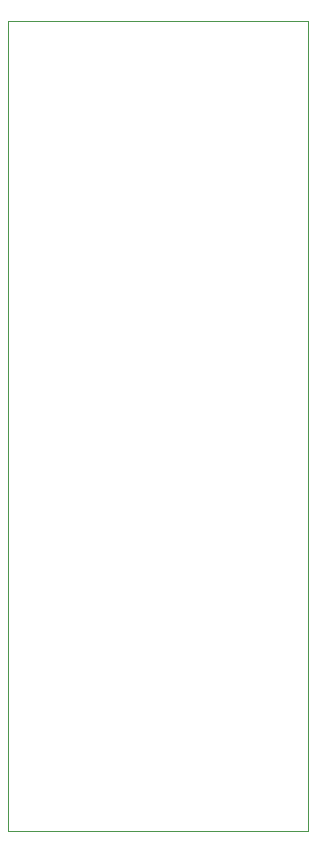
<source format=gbr>
G04 #@! TF.GenerationSoftware,KiCad,Pcbnew,(5.1.4)-1*
G04 #@! TF.CreationDate,2020-08-30T12:58:21+01:00*
G04 #@! TF.ProjectId,KiCadTest,4b694361-6454-4657-9374-2e6b69636164,rev?*
G04 #@! TF.SameCoordinates,Original*
G04 #@! TF.FileFunction,Profile,NP*
%FSLAX46Y46*%
G04 Gerber Fmt 4.6, Leading zero omitted, Abs format (unit mm)*
G04 Created by KiCad (PCBNEW (5.1.4)-1) date 2020-08-30 12:58:21*
%MOMM*%
%LPD*%
G04 APERTURE LIST*
%ADD10C,0.100000*%
G04 APERTURE END LIST*
D10*
X139700000Y-144780000D02*
X139700000Y-76200000D01*
X165100000Y-144780000D02*
X139700000Y-144780000D01*
X165100000Y-76200000D02*
X165100000Y-144780000D01*
X139700000Y-76200000D02*
X165100000Y-76200000D01*
M02*

</source>
